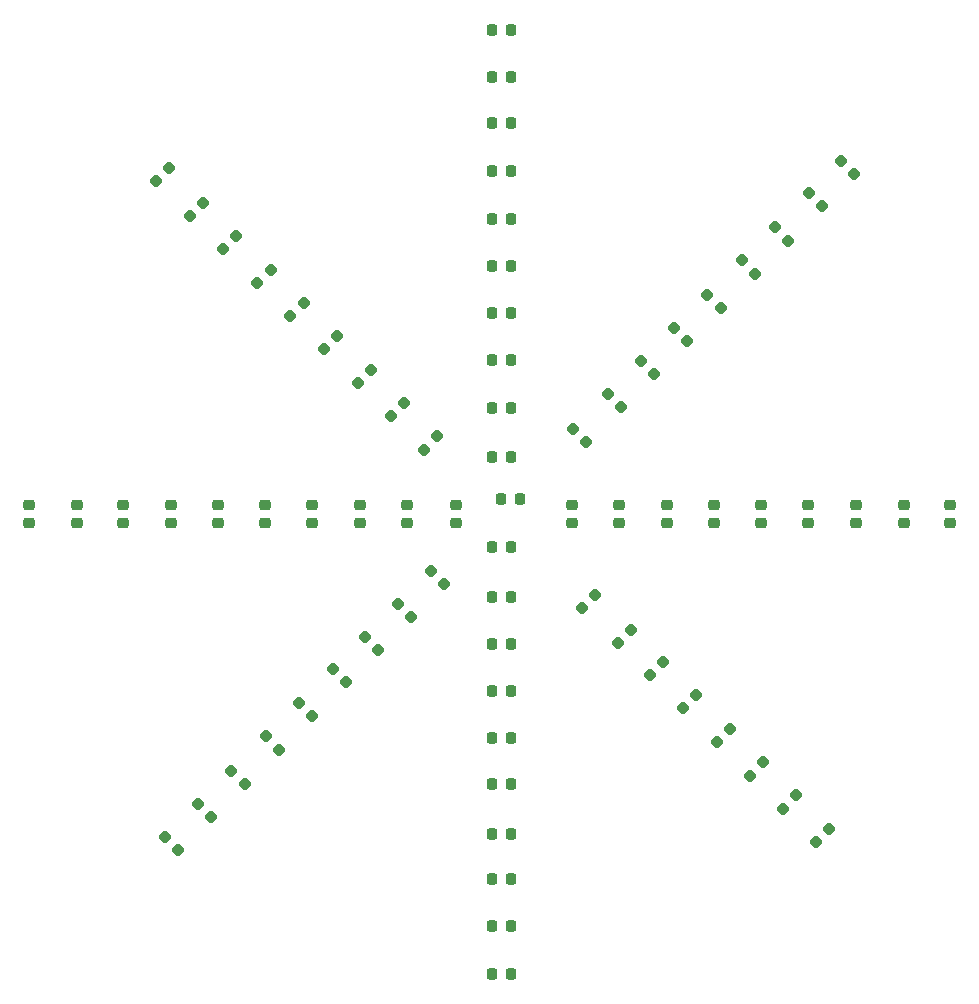
<source format=gtp>
G04 #@! TF.GenerationSoftware,KiCad,Pcbnew,9.0.2-9.0.2-0~ubuntu24.04.1*
G04 #@! TF.CreationDate,2025-06-27T06:42:29-07:00*
G04 #@! TF.ProjectId,2025-flex-spiral-two,32303235-2d66-46c6-9578-2d7370697261,Jul2025*
G04 #@! TF.SameCoordinates,Original*
G04 #@! TF.FileFunction,Paste,Top*
G04 #@! TF.FilePolarity,Positive*
%FSLAX46Y46*%
G04 Gerber Fmt 4.6, Leading zero omitted, Abs format (unit mm)*
G04 Created by KiCad (PCBNEW 9.0.2-9.0.2-0~ubuntu24.04.1) date 2025-06-27 06:42:29*
%MOMM*%
%LPD*%
G01*
G04 APERTURE LIST*
G04 Aperture macros list*
%AMRoundRect*
0 Rectangle with rounded corners*
0 $1 Rounding radius*
0 $2 $3 $4 $5 $6 $7 $8 $9 X,Y pos of 4 corners*
0 Add a 4 corners polygon primitive as box body*
4,1,4,$2,$3,$4,$5,$6,$7,$8,$9,$2,$3,0*
0 Add four circle primitives for the rounded corners*
1,1,$1+$1,$2,$3*
1,1,$1+$1,$4,$5*
1,1,$1+$1,$6,$7*
1,1,$1+$1,$8,$9*
0 Add four rect primitives between the rounded corners*
20,1,$1+$1,$2,$3,$4,$5,0*
20,1,$1+$1,$4,$5,$6,$7,0*
20,1,$1+$1,$6,$7,$8,$9,0*
20,1,$1+$1,$8,$9,$2,$3,0*%
G04 Aperture macros list end*
%ADD10RoundRect,0.218750X-0.026517X0.335876X-0.335876X0.026517X0.026517X-0.335876X0.335876X-0.026517X0*%
%ADD11RoundRect,0.218750X0.218750X0.256250X-0.218750X0.256250X-0.218750X-0.256250X0.218750X-0.256250X0*%
%ADD12RoundRect,0.218750X-0.256250X0.218750X-0.256250X-0.218750X0.256250X-0.218750X0.256250X0.218750X0*%
%ADD13RoundRect,0.218750X0.256250X-0.218750X0.256250X0.218750X-0.256250X0.218750X-0.256250X-0.218750X0*%
%ADD14RoundRect,0.218750X0.026517X-0.335876X0.335876X-0.026517X-0.026517X0.335876X-0.335876X0.026517X0*%
%ADD15RoundRect,0.218750X-0.335876X-0.026517X-0.026517X-0.335876X0.335876X0.026517X0.026517X0.335876X0*%
%ADD16RoundRect,0.218750X-0.218750X-0.256250X0.218750X-0.256250X0.218750X0.256250X-0.218750X0.256250X0*%
%ADD17RoundRect,0.218750X0.335876X0.026517X0.026517X0.335876X-0.335876X-0.026517X-0.026517X-0.335876X0*%
G04 APERTURE END LIST*
D10*
G04 #@! TO.C,D29*
X113656847Y-112543153D03*
X112543153Y-113656847D03*
G04 #@! TD*
D11*
G04 #@! TO.C,D6*
X100787501Y-107000000D03*
X99212499Y-107000000D03*
G04 #@! TD*
D12*
G04 #@! TO.C,D36*
X122000000Y-99212499D03*
X122000000Y-100787501D03*
G04 #@! TD*
D13*
G04 #@! TO.C,D32*
X80000000Y-100787501D03*
X80000000Y-99212499D03*
G04 #@! TD*
D11*
G04 #@! TO.C,D62*
X100787501Y-134900000D03*
X99212499Y-134900000D03*
G04 #@! TD*
D14*
G04 #@! TO.C,D49*
X79343153Y-80456847D03*
X80456847Y-79343153D03*
G04 #@! TD*
D15*
G04 #@! TO.C,D27*
X111843153Y-87043153D03*
X112956847Y-88156847D03*
G04 #@! TD*
D12*
G04 #@! TO.C,D12*
X110000000Y-99212499D03*
X110000000Y-100787501D03*
G04 #@! TD*
D10*
G04 #@! TO.C,D21*
X110956847Y-109843153D03*
X109843153Y-110956847D03*
G04 #@! TD*
D14*
G04 #@! TO.C,D73*
X70743153Y-71856847D03*
X71856847Y-70743153D03*
G04 #@! TD*
D15*
G04 #@! TO.C,D35*
X114643153Y-84243153D03*
X115756847Y-85356847D03*
G04 #@! TD*
D12*
G04 #@! TO.C,D28*
X118000000Y-99212499D03*
X118000000Y-100787501D03*
G04 #@! TD*
D14*
G04 #@! TO.C,D25*
X87843153Y-88956847D03*
X88956847Y-87843153D03*
G04 #@! TD*
D13*
G04 #@! TO.C,D56*
X68000000Y-100787501D03*
X68000000Y-99212499D03*
G04 #@! TD*
D11*
G04 #@! TO.C,D38*
X100787501Y-122900000D03*
X99212499Y-122900000D03*
G04 #@! TD*
D13*
G04 #@! TO.C,D48*
X72000000Y-100787501D03*
X72000000Y-99212499D03*
G04 #@! TD*
D14*
G04 #@! TO.C,D33*
X84943153Y-86056847D03*
X86056847Y-84943153D03*
G04 #@! TD*
D16*
G04 #@! TO.C,D1*
X99962500Y-98750000D03*
X101537500Y-98750000D03*
G04 #@! TD*
D15*
G04 #@! TO.C,D51*
X120343153Y-78543153D03*
X121456847Y-79656847D03*
G04 #@! TD*
D16*
G04 #@! TO.C,D10*
X99212500Y-91000000D03*
X100787500Y-91000000D03*
G04 #@! TD*
D17*
G04 #@! TO.C,D71*
X72656847Y-128456847D03*
X71543153Y-127343153D03*
G04 #@! TD*
D11*
G04 #@! TO.C,D2*
X100787501Y-102800000D03*
X99212499Y-102800000D03*
G04 #@! TD*
D12*
G04 #@! TO.C,D20*
X114000000Y-99212499D03*
X114000000Y-100787501D03*
G04 #@! TD*
D16*
G04 #@! TO.C,D58*
X99212500Y-66900000D03*
X100787500Y-66900000D03*
G04 #@! TD*
D17*
G04 #@! TO.C,D31*
X86856847Y-114256847D03*
X85743153Y-113143153D03*
G04 #@! TD*
D15*
G04 #@! TO.C,D59*
X123143153Y-75743153D03*
X124256847Y-76856847D03*
G04 #@! TD*
D16*
G04 #@! TO.C,D74*
X99212500Y-59000000D03*
X100787500Y-59000000D03*
G04 #@! TD*
G04 #@! TO.C,D42*
X99212500Y-75000000D03*
X100787500Y-75000000D03*
G04 #@! TD*
D15*
G04 #@! TO.C,D43*
X117443153Y-81443153D03*
X118556847Y-82556847D03*
G04 #@! TD*
D11*
G04 #@! TO.C,D70*
X100787501Y-139000000D03*
X99212499Y-139000000D03*
G04 #@! TD*
D16*
G04 #@! TO.C,D34*
X99212500Y-79000000D03*
X100787500Y-79000000D03*
G04 #@! TD*
D10*
G04 #@! TO.C,D53*
X122156847Y-121043153D03*
X121043153Y-122156847D03*
G04 #@! TD*
D12*
G04 #@! TO.C,D60*
X134100000Y-99212499D03*
X134100000Y-100787501D03*
G04 #@! TD*
D13*
G04 #@! TO.C,D72*
X60000000Y-100787501D03*
X60000000Y-99212499D03*
G04 #@! TD*
D16*
G04 #@! TO.C,D26*
X99212500Y-83000000D03*
X100787500Y-83000000D03*
G04 #@! TD*
D13*
G04 #@! TO.C,D16*
X88000000Y-100787501D03*
X88000000Y-99212499D03*
G04 #@! TD*
G04 #@! TO.C,D24*
X84000000Y-100787501D03*
X84000000Y-99212499D03*
G04 #@! TD*
D11*
G04 #@! TO.C,D22*
X100787501Y-115000000D03*
X99212499Y-115000000D03*
G04 #@! TD*
D17*
G04 #@! TO.C,D63*
X75456847Y-125656847D03*
X74343153Y-124543153D03*
G04 #@! TD*
G04 #@! TO.C,D7*
X95156847Y-105956847D03*
X94043153Y-104843153D03*
G04 #@! TD*
D14*
G04 #@! TO.C,D57*
X76443153Y-77556847D03*
X77556847Y-76443153D03*
G04 #@! TD*
D16*
G04 #@! TO.C,D4*
X99212500Y-95200000D03*
X100787500Y-95200000D03*
G04 #@! TD*
D10*
G04 #@! TO.C,D45*
X119356847Y-118243153D03*
X118243153Y-119356847D03*
G04 #@! TD*
D14*
G04 #@! TO.C,D41*
X82143153Y-83256847D03*
X83256847Y-82143153D03*
G04 #@! TD*
D17*
G04 #@! TO.C,D55*
X78256847Y-122856847D03*
X77143153Y-121743153D03*
G04 #@! TD*
D16*
G04 #@! TO.C,D50*
X99212500Y-71000000D03*
X100787500Y-71000000D03*
G04 #@! TD*
D11*
G04 #@! TO.C,D54*
X100787501Y-130900000D03*
X99212499Y-130900000D03*
G04 #@! TD*
D10*
G04 #@! TO.C,D37*
X116456847Y-115343153D03*
X115343153Y-116456847D03*
G04 #@! TD*
D14*
G04 #@! TO.C,D17*
X90643153Y-91756847D03*
X91756847Y-90643153D03*
G04 #@! TD*
D13*
G04 #@! TO.C,D64*
X64100000Y-100787501D03*
X64100000Y-99212499D03*
G04 #@! TD*
D15*
G04 #@! TO.C,D75*
X128743153Y-70143153D03*
X129856847Y-71256847D03*
G04 #@! TD*
D16*
G04 #@! TO.C,D66*
X99212500Y-63000000D03*
X100787500Y-63000000D03*
G04 #@! TD*
D17*
G04 #@! TO.C,D23*
X89556847Y-111556847D03*
X88443153Y-110443153D03*
G04 #@! TD*
D16*
G04 #@! TO.C,D18*
X99212500Y-87000000D03*
X100787500Y-87000000D03*
G04 #@! TD*
D13*
G04 #@! TO.C,D40*
X76000000Y-100787501D03*
X76000000Y-99212499D03*
G04 #@! TD*
D15*
G04 #@! TO.C,D11*
X106043153Y-92843153D03*
X107156847Y-93956847D03*
G04 #@! TD*
D10*
G04 #@! TO.C,D13*
X107956847Y-106843153D03*
X106843153Y-107956847D03*
G04 #@! TD*
D12*
G04 #@! TO.C,D44*
X126000000Y-99212499D03*
X126000000Y-100787501D03*
G04 #@! TD*
D15*
G04 #@! TO.C,D67*
X126043153Y-72843153D03*
X127156847Y-73956847D03*
G04 #@! TD*
D12*
G04 #@! TO.C,D5*
X106000000Y-99212499D03*
X106000000Y-100787501D03*
G04 #@! TD*
G04 #@! TO.C,D68*
X138000000Y-99212499D03*
X138000000Y-100787501D03*
G04 #@! TD*
D17*
G04 #@! TO.C,D39*
X83956847Y-117156847D03*
X82843153Y-116043153D03*
G04 #@! TD*
D13*
G04 #@! TO.C,D3*
X96200000Y-100787500D03*
X96200000Y-99212500D03*
G04 #@! TD*
D11*
G04 #@! TO.C,D30*
X100787501Y-119000000D03*
X99212499Y-119000000D03*
G04 #@! TD*
D10*
G04 #@! TO.C,D69*
X127756847Y-126643153D03*
X126643153Y-127756847D03*
G04 #@! TD*
D13*
G04 #@! TO.C,D8*
X92000000Y-100787501D03*
X92000000Y-99212499D03*
G04 #@! TD*
D17*
G04 #@! TO.C,D15*
X92356847Y-108756847D03*
X91243153Y-107643153D03*
G04 #@! TD*
D12*
G04 #@! TO.C,D52*
X130000000Y-99212499D03*
X130000000Y-100787501D03*
G04 #@! TD*
D14*
G04 #@! TO.C,D9*
X93443153Y-94556847D03*
X94556847Y-93443153D03*
G04 #@! TD*
D15*
G04 #@! TO.C,D19*
X109043153Y-89843153D03*
X110156847Y-90956847D03*
G04 #@! TD*
D14*
G04 #@! TO.C,D65*
X73643153Y-74756847D03*
X74756847Y-73643153D03*
G04 #@! TD*
D11*
G04 #@! TO.C,D14*
X100787501Y-111000000D03*
X99212499Y-111000000D03*
G04 #@! TD*
G04 #@! TO.C,D46*
X100787501Y-127100000D03*
X99212499Y-127100000D03*
G04 #@! TD*
D10*
G04 #@! TO.C,D61*
X124956847Y-123843153D03*
X123843153Y-124956847D03*
G04 #@! TD*
D17*
G04 #@! TO.C,D47*
X81156847Y-119956847D03*
X80043153Y-118843153D03*
G04 #@! TD*
M02*

</source>
